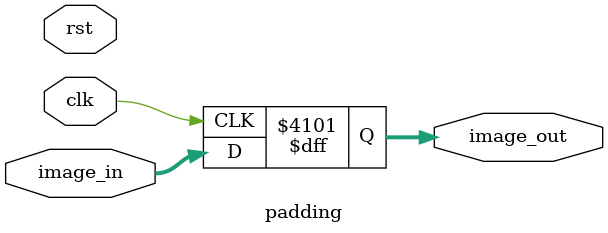
<source format=v>
`timescale 1ns / 1ps

module padding (
    clk,
    rst,
    image_in,
    image_out
);
    parameter DATA_WIDTH = 16;
    parameter D = 1;
    parameter H = 32;
    parameter W = 32;
    parameter P = 0;

    input clk, rst;
    input [0:D*H*W*DATA_WIDTH-1] image_in;
    output reg [0:D*(H+2*P)*(W+2*P)*DATA_WIDTH-1] image_out;

    integer i, j, d;

    function integer output_index;
        input integer d, i, j;
        begin
            output_index = (d * (H+2*P) * (W+2*P) + i * (W + 2*P) + j) * DATA_WIDTH;
        end
    endfunction

    function integer input_index;
        input integer d, i, j;
        begin
            input_index = (d * H * W + i * W + j) * DATA_WIDTH;
        end
    endfunction

    always @(posedge clk) begin
        // Copy input image to the center of the output image
        for (d = 0; d < D; d = d + 1) begin
            for (i = 0; i < H + 2 * P; i = i + 1) begin
                for (j = 0; j < W + 2 * P; j = j + 1) begin
                    if(i < P || i >= H + P || j < P || j >= W + P) begin
                        image_out[output_index(d, i, j)+:DATA_WIDTH] <= 0;
                    end
                    else begin
                        image_out[output_index(d, i, j)+:DATA_WIDTH] <=
                        image_in[input_index(d, i-P, j-P)+:DATA_WIDTH];
                    end
                end
            end
        end
    end

endmodule

</source>
